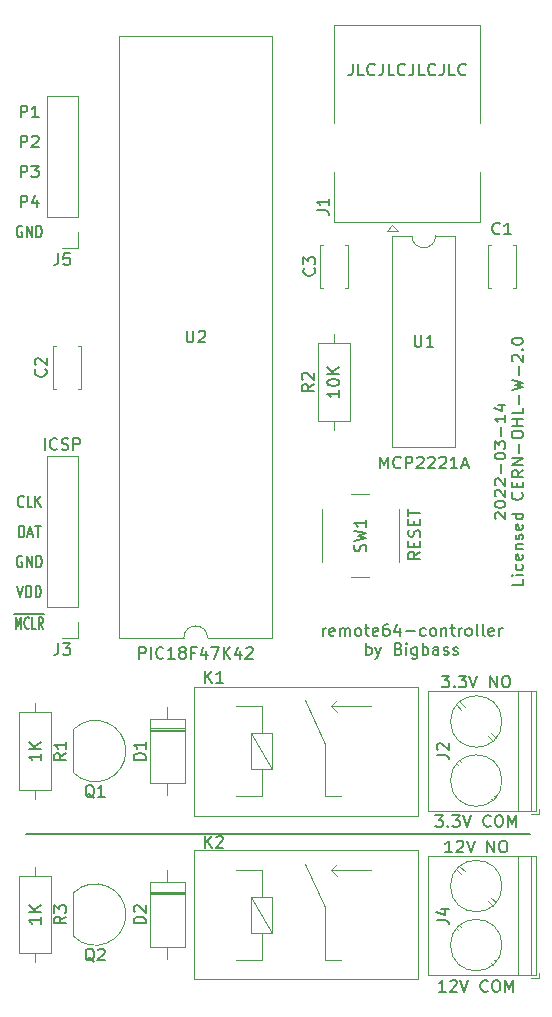
<source format=gto>
%TF.GenerationSoftware,KiCad,Pcbnew,6.0.0+dfsg1-2*%
%TF.CreationDate,2022-03-14T17:52:30-05:00*%
%TF.ProjectId,remote64-controller,72656d6f-7465-4363-942d-636f6e74726f,rev?*%
%TF.SameCoordinates,Original*%
%TF.FileFunction,Legend,Top*%
%TF.FilePolarity,Positive*%
%FSLAX46Y46*%
G04 Gerber Fmt 4.6, Leading zero omitted, Abs format (unit mm)*
G04 Created by KiCad (PCBNEW 6.0.0+dfsg1-2) date 2022-03-14 17:52:30*
%MOMM*%
%LPD*%
G01*
G04 APERTURE LIST*
%ADD10C,0.150000*%
%ADD11C,0.200000*%
%ADD12C,0.120000*%
%ADD13O,1.700000X1.700000*%
%ADD14R,1.700000X1.700000*%
%ADD15R,1.600000X1.600000*%
%ADD16O,1.600000X1.600000*%
%ADD17C,1.600000*%
%ADD18R,2.600000X2.600000*%
%ADD19C,2.600000*%
%ADD20C,1.700000*%
%ADD21C,3.500000*%
%ADD22R,2.200000X2.200000*%
%ADD23O,2.200000X2.200000*%
%ADD24C,2.500000*%
%ADD25C,2.000000*%
%ADD26R,1.500000X1.050000*%
%ADD27O,1.500000X1.050000*%
G04 APERTURE END LIST*
D10*
X65898476Y-114867000D02*
X66641333Y-114867000D01*
X66053238Y-116149380D02*
X66053238Y-115149380D01*
X66269904Y-115863666D01*
X66486571Y-115149380D01*
X66486571Y-116149380D01*
X66641333Y-114867000D02*
X67291333Y-114867000D01*
X67167523Y-116054142D02*
X67136571Y-116101761D01*
X67043714Y-116149380D01*
X66981809Y-116149380D01*
X66888952Y-116101761D01*
X66827047Y-116006523D01*
X66796095Y-115911285D01*
X66765142Y-115720809D01*
X66765142Y-115577952D01*
X66796095Y-115387476D01*
X66827047Y-115292238D01*
X66888952Y-115197000D01*
X66981809Y-115149380D01*
X67043714Y-115149380D01*
X67136571Y-115197000D01*
X67167523Y-115244619D01*
X67291333Y-114867000D02*
X67817523Y-114867000D01*
X67755619Y-116149380D02*
X67446095Y-116149380D01*
X67446095Y-115149380D01*
X67817523Y-114867000D02*
X68467523Y-114867000D01*
X68343714Y-116149380D02*
X68127047Y-115673190D01*
X67972285Y-116149380D02*
X67972285Y-115149380D01*
X68219904Y-115149380D01*
X68281809Y-115197000D01*
X68312761Y-115244619D01*
X68343714Y-115339857D01*
X68343714Y-115482714D01*
X68312761Y-115577952D01*
X68281809Y-115625571D01*
X68219904Y-115673190D01*
X67972285Y-115673190D01*
X66706809Y-105767142D02*
X66668714Y-105814761D01*
X66554428Y-105862380D01*
X66478238Y-105862380D01*
X66363952Y-105814761D01*
X66287761Y-105719523D01*
X66249666Y-105624285D01*
X66211571Y-105433809D01*
X66211571Y-105290952D01*
X66249666Y-105100476D01*
X66287761Y-105005238D01*
X66363952Y-104910000D01*
X66478238Y-104862380D01*
X66554428Y-104862380D01*
X66668714Y-104910000D01*
X66706809Y-104957619D01*
X67430619Y-105862380D02*
X67049666Y-105862380D01*
X67049666Y-104862380D01*
X67697285Y-105862380D02*
X67697285Y-104862380D01*
X68154428Y-105862380D02*
X67811571Y-105290952D01*
X68154428Y-104862380D02*
X67697285Y-105433809D01*
X66325857Y-108402380D02*
X66325857Y-107402380D01*
X66516333Y-107402380D01*
X66630619Y-107450000D01*
X66706809Y-107545238D01*
X66744904Y-107640476D01*
X66783000Y-107830952D01*
X66783000Y-107973809D01*
X66744904Y-108164285D01*
X66706809Y-108259523D01*
X66630619Y-108354761D01*
X66516333Y-108402380D01*
X66325857Y-108402380D01*
X67087761Y-108116666D02*
X67468714Y-108116666D01*
X67011571Y-108402380D02*
X67278238Y-107402380D01*
X67544904Y-108402380D01*
X67697285Y-107402380D02*
X68154428Y-107402380D01*
X67925857Y-108402380D02*
X67925857Y-107402380D01*
X66116333Y-112482380D02*
X66383000Y-113482380D01*
X66649666Y-112482380D01*
X66916333Y-113482380D02*
X66916333Y-112482380D01*
X67106809Y-112482380D01*
X67221095Y-112530000D01*
X67297285Y-112625238D01*
X67335380Y-112720476D01*
X67373476Y-112910952D01*
X67373476Y-113053809D01*
X67335380Y-113244285D01*
X67297285Y-113339523D01*
X67221095Y-113434761D01*
X67106809Y-113482380D01*
X66916333Y-113482380D01*
X67716333Y-113482380D02*
X67716333Y-112482380D01*
X67906809Y-112482380D01*
X68021095Y-112530000D01*
X68097285Y-112625238D01*
X68135380Y-112720476D01*
X68173476Y-112910952D01*
X68173476Y-113053809D01*
X68135380Y-113244285D01*
X68097285Y-113339523D01*
X68021095Y-113434761D01*
X67906809Y-113482380D01*
X67716333Y-113482380D01*
X66573476Y-109990000D02*
X66497285Y-109942380D01*
X66383000Y-109942380D01*
X66268714Y-109990000D01*
X66192523Y-110085238D01*
X66154428Y-110180476D01*
X66116333Y-110370952D01*
X66116333Y-110513809D01*
X66154428Y-110704285D01*
X66192523Y-110799523D01*
X66268714Y-110894761D01*
X66383000Y-110942380D01*
X66459190Y-110942380D01*
X66573476Y-110894761D01*
X66611571Y-110847142D01*
X66611571Y-110513809D01*
X66459190Y-110513809D01*
X66954428Y-110942380D02*
X66954428Y-109942380D01*
X67411571Y-110942380D01*
X67411571Y-109942380D01*
X67792523Y-110942380D02*
X67792523Y-109942380D01*
X67983000Y-109942380D01*
X68097285Y-109990000D01*
X68173476Y-110085238D01*
X68211571Y-110180476D01*
X68249666Y-110370952D01*
X68249666Y-110513809D01*
X68211571Y-110704285D01*
X68173476Y-110799523D01*
X68097285Y-110894761D01*
X67983000Y-110942380D01*
X67792523Y-110942380D01*
D11*
X109601000Y-133477000D02*
X66929000Y-133477000D01*
D10*
X66444904Y-77922380D02*
X66444904Y-76922380D01*
X66825857Y-76922380D01*
X66921095Y-76970000D01*
X66968714Y-77017619D01*
X67016333Y-77112857D01*
X67016333Y-77255714D01*
X66968714Y-77350952D01*
X66921095Y-77398571D01*
X66825857Y-77446190D01*
X66444904Y-77446190D01*
X67349666Y-76922380D02*
X67968714Y-76922380D01*
X67635380Y-77303333D01*
X67778238Y-77303333D01*
X67873476Y-77350952D01*
X67921095Y-77398571D01*
X67968714Y-77493809D01*
X67968714Y-77731904D01*
X67921095Y-77827142D01*
X67873476Y-77874761D01*
X67778238Y-77922380D01*
X67492523Y-77922380D01*
X67397285Y-77874761D01*
X67349666Y-77827142D01*
X66444904Y-80462380D02*
X66444904Y-79462380D01*
X66825857Y-79462380D01*
X66921095Y-79510000D01*
X66968714Y-79557619D01*
X67016333Y-79652857D01*
X67016333Y-79795714D01*
X66968714Y-79890952D01*
X66921095Y-79938571D01*
X66825857Y-79986190D01*
X66444904Y-79986190D01*
X67873476Y-79795714D02*
X67873476Y-80462380D01*
X67635380Y-79414761D02*
X67397285Y-80129047D01*
X68016333Y-80129047D01*
X66444904Y-75382380D02*
X66444904Y-74382380D01*
X66825857Y-74382380D01*
X66921095Y-74430000D01*
X66968714Y-74477619D01*
X67016333Y-74572857D01*
X67016333Y-74715714D01*
X66968714Y-74810952D01*
X66921095Y-74858571D01*
X66825857Y-74906190D01*
X66444904Y-74906190D01*
X67397285Y-74477619D02*
X67444904Y-74430000D01*
X67540142Y-74382380D01*
X67778238Y-74382380D01*
X67873476Y-74430000D01*
X67921095Y-74477619D01*
X67968714Y-74572857D01*
X67968714Y-74668095D01*
X67921095Y-74810952D01*
X67349666Y-75382380D01*
X67968714Y-75382380D01*
X66444904Y-72842380D02*
X66444904Y-71842380D01*
X66825857Y-71842380D01*
X66921095Y-71890000D01*
X66968714Y-71937619D01*
X67016333Y-72032857D01*
X67016333Y-72175714D01*
X66968714Y-72270952D01*
X66921095Y-72318571D01*
X66825857Y-72366190D01*
X66444904Y-72366190D01*
X67968714Y-72842380D02*
X67397285Y-72842380D01*
X67683000Y-72842380D02*
X67683000Y-71842380D01*
X67587761Y-71985238D01*
X67492523Y-72080476D01*
X67397285Y-72128095D01*
X102433761Y-146883380D02*
X101862333Y-146883380D01*
X102148047Y-146883380D02*
X102148047Y-145883380D01*
X102052809Y-146026238D01*
X101957571Y-146121476D01*
X101862333Y-146169095D01*
X102814714Y-145978619D02*
X102862333Y-145931000D01*
X102957571Y-145883380D01*
X103195666Y-145883380D01*
X103290904Y-145931000D01*
X103338523Y-145978619D01*
X103386142Y-146073857D01*
X103386142Y-146169095D01*
X103338523Y-146311952D01*
X102767095Y-146883380D01*
X103386142Y-146883380D01*
X103671857Y-145883380D02*
X104005190Y-146883380D01*
X104338523Y-145883380D01*
X106005190Y-146788142D02*
X105957571Y-146835761D01*
X105814714Y-146883380D01*
X105719476Y-146883380D01*
X105576619Y-146835761D01*
X105481380Y-146740523D01*
X105433761Y-146645285D01*
X105386142Y-146454809D01*
X105386142Y-146311952D01*
X105433761Y-146121476D01*
X105481380Y-146026238D01*
X105576619Y-145931000D01*
X105719476Y-145883380D01*
X105814714Y-145883380D01*
X105957571Y-145931000D01*
X106005190Y-145978619D01*
X106624238Y-145883380D02*
X106814714Y-145883380D01*
X106909952Y-145931000D01*
X107005190Y-146026238D01*
X107052809Y-146216714D01*
X107052809Y-146550047D01*
X107005190Y-146740523D01*
X106909952Y-146835761D01*
X106814714Y-146883380D01*
X106624238Y-146883380D01*
X106529000Y-146835761D01*
X106433761Y-146740523D01*
X106386142Y-146550047D01*
X106386142Y-146216714D01*
X106433761Y-146026238D01*
X106529000Y-145931000D01*
X106624238Y-145883380D01*
X107481380Y-146883380D02*
X107481380Y-145883380D01*
X107814714Y-146597666D01*
X108148047Y-145883380D01*
X108148047Y-146883380D01*
X106691357Y-106838142D02*
X106648500Y-106790523D01*
X106605642Y-106695285D01*
X106605642Y-106457190D01*
X106648500Y-106361952D01*
X106691357Y-106314333D01*
X106777071Y-106266714D01*
X106862785Y-106266714D01*
X106991357Y-106314333D01*
X107505642Y-106885761D01*
X107505642Y-106266714D01*
X106605642Y-105647666D02*
X106605642Y-105552428D01*
X106648500Y-105457190D01*
X106691357Y-105409571D01*
X106777071Y-105361952D01*
X106948500Y-105314333D01*
X107162785Y-105314333D01*
X107334214Y-105361952D01*
X107419928Y-105409571D01*
X107462785Y-105457190D01*
X107505642Y-105552428D01*
X107505642Y-105647666D01*
X107462785Y-105742904D01*
X107419928Y-105790523D01*
X107334214Y-105838142D01*
X107162785Y-105885761D01*
X106948500Y-105885761D01*
X106777071Y-105838142D01*
X106691357Y-105790523D01*
X106648500Y-105742904D01*
X106605642Y-105647666D01*
X106691357Y-104933380D02*
X106648500Y-104885761D01*
X106605642Y-104790523D01*
X106605642Y-104552428D01*
X106648500Y-104457190D01*
X106691357Y-104409571D01*
X106777071Y-104361952D01*
X106862785Y-104361952D01*
X106991357Y-104409571D01*
X107505642Y-104981000D01*
X107505642Y-104361952D01*
X106691357Y-103981000D02*
X106648500Y-103933380D01*
X106605642Y-103838142D01*
X106605642Y-103600047D01*
X106648500Y-103504809D01*
X106691357Y-103457190D01*
X106777071Y-103409571D01*
X106862785Y-103409571D01*
X106991357Y-103457190D01*
X107505642Y-104028619D01*
X107505642Y-103409571D01*
X107162785Y-102981000D02*
X107162785Y-102219095D01*
X106605642Y-101552428D02*
X106605642Y-101457190D01*
X106648500Y-101361952D01*
X106691357Y-101314333D01*
X106777071Y-101266714D01*
X106948500Y-101219095D01*
X107162785Y-101219095D01*
X107334214Y-101266714D01*
X107419928Y-101314333D01*
X107462785Y-101361952D01*
X107505642Y-101457190D01*
X107505642Y-101552428D01*
X107462785Y-101647666D01*
X107419928Y-101695285D01*
X107334214Y-101742904D01*
X107162785Y-101790523D01*
X106948500Y-101790523D01*
X106777071Y-101742904D01*
X106691357Y-101695285D01*
X106648500Y-101647666D01*
X106605642Y-101552428D01*
X106605642Y-100885761D02*
X106605642Y-100266714D01*
X106948500Y-100600047D01*
X106948500Y-100457190D01*
X106991357Y-100361952D01*
X107034214Y-100314333D01*
X107119928Y-100266714D01*
X107334214Y-100266714D01*
X107419928Y-100314333D01*
X107462785Y-100361952D01*
X107505642Y-100457190D01*
X107505642Y-100742904D01*
X107462785Y-100838142D01*
X107419928Y-100885761D01*
X107162785Y-99838142D02*
X107162785Y-99076238D01*
X107505642Y-98076238D02*
X107505642Y-98647666D01*
X107505642Y-98361952D02*
X106605642Y-98361952D01*
X106734214Y-98457190D01*
X106819928Y-98552428D01*
X106862785Y-98647666D01*
X106905642Y-97219095D02*
X107505642Y-97219095D01*
X106562785Y-97457190D02*
X107205642Y-97695285D01*
X107205642Y-97076238D01*
X108954642Y-111933380D02*
X108954642Y-112409571D01*
X108054642Y-112409571D01*
X108954642Y-111600047D02*
X108354642Y-111600047D01*
X108054642Y-111600047D02*
X108097500Y-111647666D01*
X108140357Y-111600047D01*
X108097500Y-111552428D01*
X108054642Y-111600047D01*
X108140357Y-111600047D01*
X108911785Y-110695285D02*
X108954642Y-110790523D01*
X108954642Y-110980999D01*
X108911785Y-111076238D01*
X108868928Y-111123857D01*
X108783214Y-111171476D01*
X108526071Y-111171476D01*
X108440357Y-111123857D01*
X108397500Y-111076238D01*
X108354642Y-110980999D01*
X108354642Y-110790523D01*
X108397500Y-110695285D01*
X108911785Y-109885761D02*
X108954642Y-109980999D01*
X108954642Y-110171476D01*
X108911785Y-110266714D01*
X108826071Y-110314333D01*
X108483214Y-110314333D01*
X108397500Y-110266714D01*
X108354642Y-110171476D01*
X108354642Y-109980999D01*
X108397500Y-109885761D01*
X108483214Y-109838142D01*
X108568928Y-109838142D01*
X108654642Y-110314333D01*
X108354642Y-109409571D02*
X108954642Y-109409571D01*
X108440357Y-109409571D02*
X108397500Y-109361952D01*
X108354642Y-109266714D01*
X108354642Y-109123857D01*
X108397500Y-109028619D01*
X108483214Y-108980999D01*
X108954642Y-108980999D01*
X108911785Y-108552428D02*
X108954642Y-108457190D01*
X108954642Y-108266714D01*
X108911785Y-108171476D01*
X108826071Y-108123857D01*
X108783214Y-108123857D01*
X108697500Y-108171476D01*
X108654642Y-108266714D01*
X108654642Y-108409571D01*
X108611785Y-108504809D01*
X108526071Y-108552428D01*
X108483214Y-108552428D01*
X108397500Y-108504809D01*
X108354642Y-108409571D01*
X108354642Y-108266714D01*
X108397500Y-108171476D01*
X108911785Y-107314333D02*
X108954642Y-107409571D01*
X108954642Y-107600047D01*
X108911785Y-107695285D01*
X108826071Y-107742904D01*
X108483214Y-107742904D01*
X108397500Y-107695285D01*
X108354642Y-107600047D01*
X108354642Y-107409571D01*
X108397500Y-107314333D01*
X108483214Y-107266714D01*
X108568928Y-107266714D01*
X108654642Y-107742904D01*
X108954642Y-106409571D02*
X108054642Y-106409571D01*
X108911785Y-106409571D02*
X108954642Y-106504809D01*
X108954642Y-106695285D01*
X108911785Y-106790523D01*
X108868928Y-106838142D01*
X108783214Y-106885761D01*
X108526071Y-106885761D01*
X108440357Y-106838142D01*
X108397500Y-106790523D01*
X108354642Y-106695285D01*
X108354642Y-106504809D01*
X108397500Y-106409571D01*
X108868928Y-104600047D02*
X108911785Y-104647666D01*
X108954642Y-104790523D01*
X108954642Y-104885761D01*
X108911785Y-105028619D01*
X108826071Y-105123857D01*
X108740357Y-105171476D01*
X108568928Y-105219095D01*
X108440357Y-105219095D01*
X108268928Y-105171476D01*
X108183214Y-105123857D01*
X108097500Y-105028619D01*
X108054642Y-104885761D01*
X108054642Y-104790523D01*
X108097500Y-104647666D01*
X108140357Y-104600047D01*
X108483214Y-104171476D02*
X108483214Y-103838142D01*
X108954642Y-103695285D02*
X108954642Y-104171476D01*
X108054642Y-104171476D01*
X108054642Y-103695285D01*
X108954642Y-102695285D02*
X108526071Y-103028619D01*
X108954642Y-103266714D02*
X108054642Y-103266714D01*
X108054642Y-102885761D01*
X108097500Y-102790523D01*
X108140357Y-102742904D01*
X108226071Y-102695285D01*
X108354642Y-102695285D01*
X108440357Y-102742904D01*
X108483214Y-102790523D01*
X108526071Y-102885761D01*
X108526071Y-103266714D01*
X108954642Y-102266714D02*
X108054642Y-102266714D01*
X108954642Y-101695285D01*
X108054642Y-101695285D01*
X108611785Y-101219095D02*
X108611785Y-100457190D01*
X108054642Y-99790523D02*
X108054642Y-99600047D01*
X108097500Y-99504809D01*
X108183214Y-99409571D01*
X108354642Y-99361952D01*
X108654642Y-99361952D01*
X108826071Y-99409571D01*
X108911785Y-99504809D01*
X108954642Y-99600047D01*
X108954642Y-99790523D01*
X108911785Y-99885761D01*
X108826071Y-99980999D01*
X108654642Y-100028619D01*
X108354642Y-100028619D01*
X108183214Y-99980999D01*
X108097500Y-99885761D01*
X108054642Y-99790523D01*
X108954642Y-98933380D02*
X108054642Y-98933380D01*
X108483214Y-98933380D02*
X108483214Y-98361952D01*
X108954642Y-98361952D02*
X108054642Y-98361952D01*
X108954642Y-97409571D02*
X108954642Y-97885761D01*
X108054642Y-97885761D01*
X108611785Y-97076238D02*
X108611785Y-96314333D01*
X108054642Y-95933380D02*
X108954642Y-95695285D01*
X108311785Y-95504809D01*
X108954642Y-95314333D01*
X108054642Y-95076238D01*
X108611785Y-94695285D02*
X108611785Y-93933380D01*
X108140357Y-93504809D02*
X108097500Y-93457190D01*
X108054642Y-93361952D01*
X108054642Y-93123857D01*
X108097500Y-93028619D01*
X108140357Y-92981000D01*
X108226071Y-92933380D01*
X108311785Y-92933380D01*
X108440357Y-92981000D01*
X108954642Y-93552428D01*
X108954642Y-92933380D01*
X108868928Y-92504809D02*
X108911785Y-92457190D01*
X108954642Y-92504809D01*
X108911785Y-92552428D01*
X108868928Y-92504809D01*
X108954642Y-92504809D01*
X108054642Y-91838142D02*
X108054642Y-91742904D01*
X108097500Y-91647666D01*
X108140357Y-91600047D01*
X108226071Y-91552428D01*
X108397500Y-91504809D01*
X108611785Y-91504809D01*
X108783214Y-91552428D01*
X108868928Y-91600047D01*
X108911785Y-91647666D01*
X108954642Y-91742904D01*
X108954642Y-91838142D01*
X108911785Y-91933380D01*
X108868928Y-91980999D01*
X108783214Y-92028619D01*
X108611785Y-92076238D01*
X108397500Y-92076238D01*
X108226071Y-92028619D01*
X108140357Y-91980999D01*
X108097500Y-91933380D01*
X108054642Y-91838142D01*
X102124238Y-120102380D02*
X102743285Y-120102380D01*
X102409952Y-120483333D01*
X102552809Y-120483333D01*
X102648047Y-120530952D01*
X102695666Y-120578571D01*
X102743285Y-120673809D01*
X102743285Y-120911904D01*
X102695666Y-121007142D01*
X102648047Y-121054761D01*
X102552809Y-121102380D01*
X102267095Y-121102380D01*
X102171857Y-121054761D01*
X102124238Y-121007142D01*
X103171857Y-121007142D02*
X103219476Y-121054761D01*
X103171857Y-121102380D01*
X103124238Y-121054761D01*
X103171857Y-121007142D01*
X103171857Y-121102380D01*
X103552809Y-120102380D02*
X104171857Y-120102380D01*
X103838523Y-120483333D01*
X103981380Y-120483333D01*
X104076619Y-120530952D01*
X104124238Y-120578571D01*
X104171857Y-120673809D01*
X104171857Y-120911904D01*
X104124238Y-121007142D01*
X104076619Y-121054761D01*
X103981380Y-121102380D01*
X103695666Y-121102380D01*
X103600428Y-121054761D01*
X103552809Y-121007142D01*
X104457571Y-120102380D02*
X104790904Y-121102380D01*
X105124238Y-120102380D01*
X106219476Y-121102380D02*
X106219476Y-120102380D01*
X106790904Y-121102380D01*
X106790904Y-120102380D01*
X107457571Y-120102380D02*
X107648047Y-120102380D01*
X107743285Y-120150000D01*
X107838523Y-120245238D01*
X107886142Y-120435714D01*
X107886142Y-120769047D01*
X107838523Y-120959523D01*
X107743285Y-121054761D01*
X107648047Y-121102380D01*
X107457571Y-121102380D01*
X107362333Y-121054761D01*
X107267095Y-120959523D01*
X107219476Y-120769047D01*
X107219476Y-120435714D01*
X107267095Y-120245238D01*
X107362333Y-120150000D01*
X107457571Y-120102380D01*
X101576619Y-131913380D02*
X102195666Y-131913380D01*
X101862333Y-132294333D01*
X102005190Y-132294333D01*
X102100428Y-132341952D01*
X102148047Y-132389571D01*
X102195666Y-132484809D01*
X102195666Y-132722904D01*
X102148047Y-132818142D01*
X102100428Y-132865761D01*
X102005190Y-132913380D01*
X101719476Y-132913380D01*
X101624238Y-132865761D01*
X101576619Y-132818142D01*
X102624238Y-132818142D02*
X102671857Y-132865761D01*
X102624238Y-132913380D01*
X102576619Y-132865761D01*
X102624238Y-132818142D01*
X102624238Y-132913380D01*
X103005190Y-131913380D02*
X103624238Y-131913380D01*
X103290904Y-132294333D01*
X103433761Y-132294333D01*
X103529000Y-132341952D01*
X103576619Y-132389571D01*
X103624238Y-132484809D01*
X103624238Y-132722904D01*
X103576619Y-132818142D01*
X103529000Y-132865761D01*
X103433761Y-132913380D01*
X103148047Y-132913380D01*
X103052809Y-132865761D01*
X103005190Y-132818142D01*
X103909952Y-131913380D02*
X104243285Y-132913380D01*
X104576619Y-131913380D01*
X106243285Y-132818142D02*
X106195666Y-132865761D01*
X106052809Y-132913380D01*
X105957571Y-132913380D01*
X105814714Y-132865761D01*
X105719476Y-132770523D01*
X105671857Y-132675285D01*
X105624238Y-132484809D01*
X105624238Y-132341952D01*
X105671857Y-132151476D01*
X105719476Y-132056238D01*
X105814714Y-131961000D01*
X105957571Y-131913380D01*
X106052809Y-131913380D01*
X106195666Y-131961000D01*
X106243285Y-132008619D01*
X106862333Y-131913380D02*
X107052809Y-131913380D01*
X107148047Y-131961000D01*
X107243285Y-132056238D01*
X107290904Y-132246714D01*
X107290904Y-132580047D01*
X107243285Y-132770523D01*
X107148047Y-132865761D01*
X107052809Y-132913380D01*
X106862333Y-132913380D01*
X106767095Y-132865761D01*
X106671857Y-132770523D01*
X106624238Y-132580047D01*
X106624238Y-132246714D01*
X106671857Y-132056238D01*
X106767095Y-131961000D01*
X106862333Y-131913380D01*
X107719476Y-132913380D02*
X107719476Y-131913380D01*
X108052809Y-132627666D01*
X108386142Y-131913380D01*
X108386142Y-132913380D01*
X102981380Y-135072380D02*
X102409952Y-135072380D01*
X102695666Y-135072380D02*
X102695666Y-134072380D01*
X102600428Y-134215238D01*
X102505190Y-134310476D01*
X102409952Y-134358095D01*
X103362333Y-134167619D02*
X103409952Y-134120000D01*
X103505190Y-134072380D01*
X103743285Y-134072380D01*
X103838523Y-134120000D01*
X103886142Y-134167619D01*
X103933761Y-134262857D01*
X103933761Y-134358095D01*
X103886142Y-134500952D01*
X103314714Y-135072380D01*
X103933761Y-135072380D01*
X104219476Y-134072380D02*
X104552809Y-135072380D01*
X104886142Y-134072380D01*
X105981380Y-135072380D02*
X105981380Y-134072380D01*
X106552809Y-135072380D01*
X106552809Y-134072380D01*
X107219476Y-134072380D02*
X107409952Y-134072380D01*
X107505190Y-134120000D01*
X107600428Y-134215238D01*
X107648047Y-134405714D01*
X107648047Y-134739047D01*
X107600428Y-134929523D01*
X107505190Y-135024761D01*
X107409952Y-135072380D01*
X107219476Y-135072380D01*
X107124238Y-135024761D01*
X107029000Y-134929523D01*
X106981380Y-134739047D01*
X106981380Y-134405714D01*
X107029000Y-134215238D01*
X107124238Y-134120000D01*
X107219476Y-134072380D01*
X92020380Y-116741380D02*
X92020380Y-116074714D01*
X92020380Y-116265190D02*
X92068000Y-116169952D01*
X92115619Y-116122333D01*
X92210857Y-116074714D01*
X92306095Y-116074714D01*
X93020380Y-116693761D02*
X92925142Y-116741380D01*
X92734666Y-116741380D01*
X92639428Y-116693761D01*
X92591809Y-116598523D01*
X92591809Y-116217571D01*
X92639428Y-116122333D01*
X92734666Y-116074714D01*
X92925142Y-116074714D01*
X93020380Y-116122333D01*
X93068000Y-116217571D01*
X93068000Y-116312809D01*
X92591809Y-116408047D01*
X93496571Y-116741380D02*
X93496571Y-116074714D01*
X93496571Y-116169952D02*
X93544190Y-116122333D01*
X93639428Y-116074714D01*
X93782285Y-116074714D01*
X93877523Y-116122333D01*
X93925142Y-116217571D01*
X93925142Y-116741380D01*
X93925142Y-116217571D02*
X93972761Y-116122333D01*
X94068000Y-116074714D01*
X94210857Y-116074714D01*
X94306095Y-116122333D01*
X94353714Y-116217571D01*
X94353714Y-116741380D01*
X94972761Y-116741380D02*
X94877523Y-116693761D01*
X94829904Y-116646142D01*
X94782285Y-116550904D01*
X94782285Y-116265190D01*
X94829904Y-116169952D01*
X94877523Y-116122333D01*
X94972761Y-116074714D01*
X95115619Y-116074714D01*
X95210857Y-116122333D01*
X95258476Y-116169952D01*
X95306095Y-116265190D01*
X95306095Y-116550904D01*
X95258476Y-116646142D01*
X95210857Y-116693761D01*
X95115619Y-116741380D01*
X94972761Y-116741380D01*
X95591809Y-116074714D02*
X95972761Y-116074714D01*
X95734666Y-115741380D02*
X95734666Y-116598523D01*
X95782285Y-116693761D01*
X95877523Y-116741380D01*
X95972761Y-116741380D01*
X96687047Y-116693761D02*
X96591809Y-116741380D01*
X96401333Y-116741380D01*
X96306095Y-116693761D01*
X96258476Y-116598523D01*
X96258476Y-116217571D01*
X96306095Y-116122333D01*
X96401333Y-116074714D01*
X96591809Y-116074714D01*
X96687047Y-116122333D01*
X96734666Y-116217571D01*
X96734666Y-116312809D01*
X96258476Y-116408047D01*
X97591809Y-115741380D02*
X97401333Y-115741380D01*
X97306095Y-115789000D01*
X97258476Y-115836619D01*
X97163238Y-115979476D01*
X97115619Y-116169952D01*
X97115619Y-116550904D01*
X97163238Y-116646142D01*
X97210857Y-116693761D01*
X97306095Y-116741380D01*
X97496571Y-116741380D01*
X97591809Y-116693761D01*
X97639428Y-116646142D01*
X97687047Y-116550904D01*
X97687047Y-116312809D01*
X97639428Y-116217571D01*
X97591809Y-116169952D01*
X97496571Y-116122333D01*
X97306095Y-116122333D01*
X97210857Y-116169952D01*
X97163238Y-116217571D01*
X97115619Y-116312809D01*
X98544190Y-116074714D02*
X98544190Y-116741380D01*
X98306095Y-115693761D02*
X98068000Y-116408047D01*
X98687047Y-116408047D01*
X99068000Y-116360428D02*
X99829904Y-116360428D01*
X100734666Y-116693761D02*
X100639428Y-116741380D01*
X100448952Y-116741380D01*
X100353714Y-116693761D01*
X100306095Y-116646142D01*
X100258476Y-116550904D01*
X100258476Y-116265190D01*
X100306095Y-116169952D01*
X100353714Y-116122333D01*
X100448952Y-116074714D01*
X100639428Y-116074714D01*
X100734666Y-116122333D01*
X101306095Y-116741380D02*
X101210857Y-116693761D01*
X101163238Y-116646142D01*
X101115619Y-116550904D01*
X101115619Y-116265190D01*
X101163238Y-116169952D01*
X101210857Y-116122333D01*
X101306095Y-116074714D01*
X101448952Y-116074714D01*
X101544190Y-116122333D01*
X101591809Y-116169952D01*
X101639428Y-116265190D01*
X101639428Y-116550904D01*
X101591809Y-116646142D01*
X101544190Y-116693761D01*
X101448952Y-116741380D01*
X101306095Y-116741380D01*
X102068000Y-116074714D02*
X102068000Y-116741380D01*
X102068000Y-116169952D02*
X102115619Y-116122333D01*
X102210857Y-116074714D01*
X102353714Y-116074714D01*
X102448952Y-116122333D01*
X102496571Y-116217571D01*
X102496571Y-116741380D01*
X102829904Y-116074714D02*
X103210857Y-116074714D01*
X102972761Y-115741380D02*
X102972761Y-116598523D01*
X103020380Y-116693761D01*
X103115619Y-116741380D01*
X103210857Y-116741380D01*
X103544190Y-116741380D02*
X103544190Y-116074714D01*
X103544190Y-116265190D02*
X103591809Y-116169952D01*
X103639428Y-116122333D01*
X103734666Y-116074714D01*
X103829904Y-116074714D01*
X104306095Y-116741380D02*
X104210857Y-116693761D01*
X104163238Y-116646142D01*
X104115619Y-116550904D01*
X104115619Y-116265190D01*
X104163238Y-116169952D01*
X104210857Y-116122333D01*
X104306095Y-116074714D01*
X104448952Y-116074714D01*
X104544190Y-116122333D01*
X104591809Y-116169952D01*
X104639428Y-116265190D01*
X104639428Y-116550904D01*
X104591809Y-116646142D01*
X104544190Y-116693761D01*
X104448952Y-116741380D01*
X104306095Y-116741380D01*
X105210857Y-116741380D02*
X105115619Y-116693761D01*
X105068000Y-116598523D01*
X105068000Y-115741380D01*
X105734666Y-116741380D02*
X105639428Y-116693761D01*
X105591809Y-116598523D01*
X105591809Y-115741380D01*
X106496571Y-116693761D02*
X106401333Y-116741380D01*
X106210857Y-116741380D01*
X106115619Y-116693761D01*
X106068000Y-116598523D01*
X106068000Y-116217571D01*
X106115619Y-116122333D01*
X106210857Y-116074714D01*
X106401333Y-116074714D01*
X106496571Y-116122333D01*
X106544190Y-116217571D01*
X106544190Y-116312809D01*
X106068000Y-116408047D01*
X106972761Y-116741380D02*
X106972761Y-116074714D01*
X106972761Y-116265190D02*
X107020380Y-116169952D01*
X107068000Y-116122333D01*
X107163238Y-116074714D01*
X107258476Y-116074714D01*
X95687047Y-118351380D02*
X95687047Y-117351380D01*
X95687047Y-117732333D02*
X95782285Y-117684714D01*
X95972761Y-117684714D01*
X96068000Y-117732333D01*
X96115619Y-117779952D01*
X96163238Y-117875190D01*
X96163238Y-118160904D01*
X96115619Y-118256142D01*
X96068000Y-118303761D01*
X95972761Y-118351380D01*
X95782285Y-118351380D01*
X95687047Y-118303761D01*
X96496571Y-117684714D02*
X96734666Y-118351380D01*
X96972761Y-117684714D02*
X96734666Y-118351380D01*
X96639428Y-118589476D01*
X96591809Y-118637095D01*
X96496571Y-118684714D01*
X98448952Y-117827571D02*
X98591809Y-117875190D01*
X98639428Y-117922809D01*
X98687047Y-118018047D01*
X98687047Y-118160904D01*
X98639428Y-118256142D01*
X98591809Y-118303761D01*
X98496571Y-118351380D01*
X98115619Y-118351380D01*
X98115619Y-117351380D01*
X98448952Y-117351380D01*
X98544190Y-117399000D01*
X98591809Y-117446619D01*
X98639428Y-117541857D01*
X98639428Y-117637095D01*
X98591809Y-117732333D01*
X98544190Y-117779952D01*
X98448952Y-117827571D01*
X98115619Y-117827571D01*
X99115619Y-118351380D02*
X99115619Y-117684714D01*
X99115619Y-117351380D02*
X99068000Y-117399000D01*
X99115619Y-117446619D01*
X99163238Y-117399000D01*
X99115619Y-117351380D01*
X99115619Y-117446619D01*
X100020380Y-117684714D02*
X100020380Y-118494238D01*
X99972761Y-118589476D01*
X99925142Y-118637095D01*
X99829904Y-118684714D01*
X99687047Y-118684714D01*
X99591809Y-118637095D01*
X100020380Y-118303761D02*
X99925142Y-118351380D01*
X99734666Y-118351380D01*
X99639428Y-118303761D01*
X99591809Y-118256142D01*
X99544190Y-118160904D01*
X99544190Y-117875190D01*
X99591809Y-117779952D01*
X99639428Y-117732333D01*
X99734666Y-117684714D01*
X99925142Y-117684714D01*
X100020380Y-117732333D01*
X100496571Y-118351380D02*
X100496571Y-117351380D01*
X100496571Y-117732333D02*
X100591809Y-117684714D01*
X100782285Y-117684714D01*
X100877523Y-117732333D01*
X100925142Y-117779952D01*
X100972761Y-117875190D01*
X100972761Y-118160904D01*
X100925142Y-118256142D01*
X100877523Y-118303761D01*
X100782285Y-118351380D01*
X100591809Y-118351380D01*
X100496571Y-118303761D01*
X101829904Y-118351380D02*
X101829904Y-117827571D01*
X101782285Y-117732333D01*
X101687047Y-117684714D01*
X101496571Y-117684714D01*
X101401333Y-117732333D01*
X101829904Y-118303761D02*
X101734666Y-118351380D01*
X101496571Y-118351380D01*
X101401333Y-118303761D01*
X101353714Y-118208523D01*
X101353714Y-118113285D01*
X101401333Y-118018047D01*
X101496571Y-117970428D01*
X101734666Y-117970428D01*
X101829904Y-117922809D01*
X102258476Y-118303761D02*
X102353714Y-118351380D01*
X102544190Y-118351380D01*
X102639428Y-118303761D01*
X102687047Y-118208523D01*
X102687047Y-118160904D01*
X102639428Y-118065666D01*
X102544190Y-118018047D01*
X102401333Y-118018047D01*
X102306095Y-117970428D01*
X102258476Y-117875190D01*
X102258476Y-117827571D01*
X102306095Y-117732333D01*
X102401333Y-117684714D01*
X102544190Y-117684714D01*
X102639428Y-117732333D01*
X103068000Y-118303761D02*
X103163238Y-118351380D01*
X103353714Y-118351380D01*
X103448952Y-118303761D01*
X103496571Y-118208523D01*
X103496571Y-118160904D01*
X103448952Y-118065666D01*
X103353714Y-118018047D01*
X103210857Y-118018047D01*
X103115619Y-117970428D01*
X103068000Y-117875190D01*
X103068000Y-117827571D01*
X103115619Y-117732333D01*
X103210857Y-117684714D01*
X103353714Y-117684714D01*
X103448952Y-117732333D01*
X94567952Y-68286380D02*
X94567952Y-69000666D01*
X94520333Y-69143523D01*
X94425095Y-69238761D01*
X94282238Y-69286380D01*
X94187000Y-69286380D01*
X95520333Y-69286380D02*
X95044142Y-69286380D01*
X95044142Y-68286380D01*
X96425095Y-69191142D02*
X96377476Y-69238761D01*
X96234619Y-69286380D01*
X96139380Y-69286380D01*
X95996523Y-69238761D01*
X95901285Y-69143523D01*
X95853666Y-69048285D01*
X95806047Y-68857809D01*
X95806047Y-68714952D01*
X95853666Y-68524476D01*
X95901285Y-68429238D01*
X95996523Y-68334000D01*
X96139380Y-68286380D01*
X96234619Y-68286380D01*
X96377476Y-68334000D01*
X96425095Y-68381619D01*
X97139380Y-68286380D02*
X97139380Y-69000666D01*
X97091761Y-69143523D01*
X96996523Y-69238761D01*
X96853666Y-69286380D01*
X96758428Y-69286380D01*
X98091761Y-69286380D02*
X97615571Y-69286380D01*
X97615571Y-68286380D01*
X98996523Y-69191142D02*
X98948904Y-69238761D01*
X98806047Y-69286380D01*
X98710809Y-69286380D01*
X98567952Y-69238761D01*
X98472714Y-69143523D01*
X98425095Y-69048285D01*
X98377476Y-68857809D01*
X98377476Y-68714952D01*
X98425095Y-68524476D01*
X98472714Y-68429238D01*
X98567952Y-68334000D01*
X98710809Y-68286380D01*
X98806047Y-68286380D01*
X98948904Y-68334000D01*
X98996523Y-68381619D01*
X99710809Y-68286380D02*
X99710809Y-69000666D01*
X99663190Y-69143523D01*
X99567952Y-69238761D01*
X99425095Y-69286380D01*
X99329857Y-69286380D01*
X100663190Y-69286380D02*
X100187000Y-69286380D01*
X100187000Y-68286380D01*
X101567952Y-69191142D02*
X101520333Y-69238761D01*
X101377476Y-69286380D01*
X101282238Y-69286380D01*
X101139380Y-69238761D01*
X101044142Y-69143523D01*
X100996523Y-69048285D01*
X100948904Y-68857809D01*
X100948904Y-68714952D01*
X100996523Y-68524476D01*
X101044142Y-68429238D01*
X101139380Y-68334000D01*
X101282238Y-68286380D01*
X101377476Y-68286380D01*
X101520333Y-68334000D01*
X101567952Y-68381619D01*
X102282238Y-68286380D02*
X102282238Y-69000666D01*
X102234619Y-69143523D01*
X102139380Y-69238761D01*
X101996523Y-69286380D01*
X101901285Y-69286380D01*
X103234619Y-69286380D02*
X102758428Y-69286380D01*
X102758428Y-68286380D01*
X104139380Y-69191142D02*
X104091761Y-69238761D01*
X103948904Y-69286380D01*
X103853666Y-69286380D01*
X103710809Y-69238761D01*
X103615571Y-69143523D01*
X103567952Y-69048285D01*
X103520333Y-68857809D01*
X103520333Y-68714952D01*
X103567952Y-68524476D01*
X103615571Y-68429238D01*
X103710809Y-68334000D01*
X103853666Y-68286380D01*
X103948904Y-68286380D01*
X104091761Y-68334000D01*
X104139380Y-68381619D01*
X66573476Y-82050000D02*
X66497285Y-82002380D01*
X66383000Y-82002380D01*
X66268714Y-82050000D01*
X66192523Y-82145238D01*
X66154428Y-82240476D01*
X66116333Y-82430952D01*
X66116333Y-82573809D01*
X66154428Y-82764285D01*
X66192523Y-82859523D01*
X66268714Y-82954761D01*
X66383000Y-83002380D01*
X66459190Y-83002380D01*
X66573476Y-82954761D01*
X66611571Y-82907142D01*
X66611571Y-82573809D01*
X66459190Y-82573809D01*
X66954428Y-83002380D02*
X66954428Y-82002380D01*
X67411571Y-83002380D01*
X67411571Y-82002380D01*
X67792523Y-83002380D02*
X67792523Y-82002380D01*
X67983000Y-82002380D01*
X68097285Y-82050000D01*
X68173476Y-82145238D01*
X68211571Y-82240476D01*
X68249666Y-82430952D01*
X68249666Y-82573809D01*
X68211571Y-82764285D01*
X68173476Y-82859523D01*
X68097285Y-82954761D01*
X67983000Y-83002380D01*
X67792523Y-83002380D01*
X100274380Y-109633380D02*
X99798190Y-109966714D01*
X100274380Y-110204809D02*
X99274380Y-110204809D01*
X99274380Y-109823857D01*
X99322000Y-109728619D01*
X99369619Y-109681000D01*
X99464857Y-109633380D01*
X99607714Y-109633380D01*
X99702952Y-109681000D01*
X99750571Y-109728619D01*
X99798190Y-109823857D01*
X99798190Y-110204809D01*
X99750571Y-109204809D02*
X99750571Y-108871476D01*
X100274380Y-108728619D02*
X100274380Y-109204809D01*
X99274380Y-109204809D01*
X99274380Y-108728619D01*
X100226761Y-108347666D02*
X100274380Y-108204809D01*
X100274380Y-107966714D01*
X100226761Y-107871476D01*
X100179142Y-107823857D01*
X100083904Y-107776238D01*
X99988666Y-107776238D01*
X99893428Y-107823857D01*
X99845809Y-107871476D01*
X99798190Y-107966714D01*
X99750571Y-108157190D01*
X99702952Y-108252428D01*
X99655333Y-108300047D01*
X99560095Y-108347666D01*
X99464857Y-108347666D01*
X99369619Y-108300047D01*
X99322000Y-108252428D01*
X99274380Y-108157190D01*
X99274380Y-107919095D01*
X99322000Y-107776238D01*
X99750571Y-107347666D02*
X99750571Y-107014333D01*
X100274380Y-106871476D02*
X100274380Y-107347666D01*
X99274380Y-107347666D01*
X99274380Y-106871476D01*
X99274380Y-106585761D02*
X99274380Y-106014333D01*
X100274380Y-106300047D02*
X99274380Y-106300047D01*
%TO.C,J3*%
X69643666Y-117352380D02*
X69643666Y-118066666D01*
X69596047Y-118209523D01*
X69500809Y-118304761D01*
X69357952Y-118352380D01*
X69262714Y-118352380D01*
X70024619Y-117352380D02*
X70643666Y-117352380D01*
X70310333Y-117733333D01*
X70453190Y-117733333D01*
X70548428Y-117780952D01*
X70596047Y-117828571D01*
X70643666Y-117923809D01*
X70643666Y-118161904D01*
X70596047Y-118257142D01*
X70548428Y-118304761D01*
X70453190Y-118352380D01*
X70167476Y-118352380D01*
X70072238Y-118304761D01*
X70024619Y-118257142D01*
X68500809Y-100992380D02*
X68500809Y-99992380D01*
X69548428Y-100897142D02*
X69500809Y-100944761D01*
X69357952Y-100992380D01*
X69262714Y-100992380D01*
X69119857Y-100944761D01*
X69024619Y-100849523D01*
X68977000Y-100754285D01*
X68929380Y-100563809D01*
X68929380Y-100420952D01*
X68977000Y-100230476D01*
X69024619Y-100135238D01*
X69119857Y-100040000D01*
X69262714Y-99992380D01*
X69357952Y-99992380D01*
X69500809Y-100040000D01*
X69548428Y-100087619D01*
X69929380Y-100944761D02*
X70072238Y-100992380D01*
X70310333Y-100992380D01*
X70405571Y-100944761D01*
X70453190Y-100897142D01*
X70500809Y-100801904D01*
X70500809Y-100706666D01*
X70453190Y-100611428D01*
X70405571Y-100563809D01*
X70310333Y-100516190D01*
X70119857Y-100468571D01*
X70024619Y-100420952D01*
X69977000Y-100373333D01*
X69929380Y-100278095D01*
X69929380Y-100182857D01*
X69977000Y-100087619D01*
X70024619Y-100040000D01*
X70119857Y-99992380D01*
X70357952Y-99992380D01*
X70500809Y-100040000D01*
X70929380Y-100992380D02*
X70929380Y-99992380D01*
X71310333Y-99992380D01*
X71405571Y-100040000D01*
X71453190Y-100087619D01*
X71500809Y-100182857D01*
X71500809Y-100325714D01*
X71453190Y-100420952D01*
X71405571Y-100468571D01*
X71310333Y-100516190D01*
X70929380Y-100516190D01*
%TO.C,U2*%
X80518095Y-90892380D02*
X80518095Y-91701904D01*
X80565714Y-91797142D01*
X80613333Y-91844761D01*
X80708571Y-91892380D01*
X80899047Y-91892380D01*
X80994285Y-91844761D01*
X81041904Y-91797142D01*
X81089523Y-91701904D01*
X81089523Y-90892380D01*
X81518095Y-90987619D02*
X81565714Y-90940000D01*
X81660952Y-90892380D01*
X81899047Y-90892380D01*
X81994285Y-90940000D01*
X82041904Y-90987619D01*
X82089523Y-91082857D01*
X82089523Y-91178095D01*
X82041904Y-91320952D01*
X81470476Y-91892380D01*
X82089523Y-91892380D01*
X76494285Y-118689380D02*
X76494285Y-117689380D01*
X76875238Y-117689380D01*
X76970476Y-117737000D01*
X77018095Y-117784619D01*
X77065714Y-117879857D01*
X77065714Y-118022714D01*
X77018095Y-118117952D01*
X76970476Y-118165571D01*
X76875238Y-118213190D01*
X76494285Y-118213190D01*
X77494285Y-118689380D02*
X77494285Y-117689380D01*
X78541904Y-118594142D02*
X78494285Y-118641761D01*
X78351428Y-118689380D01*
X78256190Y-118689380D01*
X78113333Y-118641761D01*
X78018095Y-118546523D01*
X77970476Y-118451285D01*
X77922857Y-118260809D01*
X77922857Y-118117952D01*
X77970476Y-117927476D01*
X78018095Y-117832238D01*
X78113333Y-117737000D01*
X78256190Y-117689380D01*
X78351428Y-117689380D01*
X78494285Y-117737000D01*
X78541904Y-117784619D01*
X79494285Y-118689380D02*
X78922857Y-118689380D01*
X79208571Y-118689380D02*
X79208571Y-117689380D01*
X79113333Y-117832238D01*
X79018095Y-117927476D01*
X78922857Y-117975095D01*
X80065714Y-118117952D02*
X79970476Y-118070333D01*
X79922857Y-118022714D01*
X79875238Y-117927476D01*
X79875238Y-117879857D01*
X79922857Y-117784619D01*
X79970476Y-117737000D01*
X80065714Y-117689380D01*
X80256190Y-117689380D01*
X80351428Y-117737000D01*
X80399047Y-117784619D01*
X80446666Y-117879857D01*
X80446666Y-117927476D01*
X80399047Y-118022714D01*
X80351428Y-118070333D01*
X80256190Y-118117952D01*
X80065714Y-118117952D01*
X79970476Y-118165571D01*
X79922857Y-118213190D01*
X79875238Y-118308428D01*
X79875238Y-118498904D01*
X79922857Y-118594142D01*
X79970476Y-118641761D01*
X80065714Y-118689380D01*
X80256190Y-118689380D01*
X80351428Y-118641761D01*
X80399047Y-118594142D01*
X80446666Y-118498904D01*
X80446666Y-118308428D01*
X80399047Y-118213190D01*
X80351428Y-118165571D01*
X80256190Y-118117952D01*
X81208571Y-118165571D02*
X80875238Y-118165571D01*
X80875238Y-118689380D02*
X80875238Y-117689380D01*
X81351428Y-117689380D01*
X82160952Y-118022714D02*
X82160952Y-118689380D01*
X81922857Y-117641761D02*
X81684761Y-118356047D01*
X82303809Y-118356047D01*
X82589523Y-117689380D02*
X83256190Y-117689380D01*
X82827619Y-118689380D01*
X83637142Y-118689380D02*
X83637142Y-117689380D01*
X84208571Y-118689380D02*
X83780000Y-118117952D01*
X84208571Y-117689380D02*
X83637142Y-118260809D01*
X85065714Y-118022714D02*
X85065714Y-118689380D01*
X84827619Y-117641761D02*
X84589523Y-118356047D01*
X85208571Y-118356047D01*
X85541904Y-117784619D02*
X85589523Y-117737000D01*
X85684761Y-117689380D01*
X85922857Y-117689380D01*
X86018095Y-117737000D01*
X86065714Y-117784619D01*
X86113333Y-117879857D01*
X86113333Y-117975095D01*
X86065714Y-118117952D01*
X85494285Y-118689380D01*
X86113333Y-118689380D01*
%TO.C,C2*%
X68556142Y-94166666D02*
X68603761Y-94214285D01*
X68651380Y-94357142D01*
X68651380Y-94452380D01*
X68603761Y-94595238D01*
X68508523Y-94690476D01*
X68413285Y-94738095D01*
X68222809Y-94785714D01*
X68079952Y-94785714D01*
X67889476Y-94738095D01*
X67794238Y-94690476D01*
X67699000Y-94595238D01*
X67651380Y-94452380D01*
X67651380Y-94357142D01*
X67699000Y-94214285D01*
X67746619Y-94166666D01*
X67746619Y-93785714D02*
X67699000Y-93738095D01*
X67651380Y-93642857D01*
X67651380Y-93404761D01*
X67699000Y-93309523D01*
X67746619Y-93261904D01*
X67841857Y-93214285D01*
X67937095Y-93214285D01*
X68079952Y-93261904D01*
X68651380Y-93833333D01*
X68651380Y-93214285D01*
%TO.C,J4*%
X101687380Y-140795333D02*
X102401666Y-140795333D01*
X102544523Y-140842952D01*
X102639761Y-140938190D01*
X102687380Y-141081047D01*
X102687380Y-141176285D01*
X102020714Y-139890571D02*
X102687380Y-139890571D01*
X101639761Y-140128666D02*
X102354047Y-140366761D01*
X102354047Y-139747714D01*
%TO.C,J5*%
X69643666Y-84332380D02*
X69643666Y-85046666D01*
X69596047Y-85189523D01*
X69500809Y-85284761D01*
X69357952Y-85332380D01*
X69262714Y-85332380D01*
X70596047Y-84332380D02*
X70119857Y-84332380D01*
X70072238Y-84808571D01*
X70119857Y-84760952D01*
X70215095Y-84713333D01*
X70453190Y-84713333D01*
X70548428Y-84760952D01*
X70596047Y-84808571D01*
X70643666Y-84903809D01*
X70643666Y-85141904D01*
X70596047Y-85237142D01*
X70548428Y-85284761D01*
X70453190Y-85332380D01*
X70215095Y-85332380D01*
X70119857Y-85284761D01*
X70072238Y-85237142D01*
%TO.C,C3*%
X91289142Y-85617666D02*
X91336761Y-85665285D01*
X91384380Y-85808142D01*
X91384380Y-85903380D01*
X91336761Y-86046238D01*
X91241523Y-86141476D01*
X91146285Y-86189095D01*
X90955809Y-86236714D01*
X90812952Y-86236714D01*
X90622476Y-86189095D01*
X90527238Y-86141476D01*
X90432000Y-86046238D01*
X90384380Y-85903380D01*
X90384380Y-85808142D01*
X90432000Y-85665285D01*
X90479619Y-85617666D01*
X90384380Y-85284333D02*
X90384380Y-84665285D01*
X90765333Y-84998619D01*
X90765333Y-84855761D01*
X90812952Y-84760523D01*
X90860571Y-84712904D01*
X90955809Y-84665285D01*
X91193904Y-84665285D01*
X91289142Y-84712904D01*
X91336761Y-84760523D01*
X91384380Y-84855761D01*
X91384380Y-85141476D01*
X91336761Y-85236714D01*
X91289142Y-85284333D01*
%TO.C,J1*%
X91527380Y-80724333D02*
X92241666Y-80724333D01*
X92384523Y-80771952D01*
X92479761Y-80867190D01*
X92527380Y-81010047D01*
X92527380Y-81105285D01*
X92527380Y-79724333D02*
X92527380Y-80295761D01*
X92527380Y-80010047D02*
X91527380Y-80010047D01*
X91670238Y-80105285D01*
X91765476Y-80200523D01*
X91813095Y-80295761D01*
%TO.C,R3*%
X70302380Y-140501666D02*
X69826190Y-140835000D01*
X70302380Y-141073095D02*
X69302380Y-141073095D01*
X69302380Y-140692142D01*
X69350000Y-140596904D01*
X69397619Y-140549285D01*
X69492857Y-140501666D01*
X69635714Y-140501666D01*
X69730952Y-140549285D01*
X69778571Y-140596904D01*
X69826190Y-140692142D01*
X69826190Y-141073095D01*
X69302380Y-140168333D02*
X69302380Y-139549285D01*
X69683333Y-139882619D01*
X69683333Y-139739761D01*
X69730952Y-139644523D01*
X69778571Y-139596904D01*
X69873809Y-139549285D01*
X70111904Y-139549285D01*
X70207142Y-139596904D01*
X70254761Y-139644523D01*
X70302380Y-139739761D01*
X70302380Y-140025476D01*
X70254761Y-140120714D01*
X70207142Y-140168333D01*
X68143380Y-140549285D02*
X68143380Y-141120714D01*
X68143380Y-140835000D02*
X67143380Y-140835000D01*
X67286238Y-140930238D01*
X67381476Y-141025476D01*
X67429095Y-141120714D01*
X68143380Y-140120714D02*
X67143380Y-140120714D01*
X68143380Y-139549285D02*
X67571952Y-139977857D01*
X67143380Y-139549285D02*
X67714809Y-140120714D01*
%TO.C,J2*%
X101687380Y-126825333D02*
X102401666Y-126825333D01*
X102544523Y-126872952D01*
X102639761Y-126968190D01*
X102687380Y-127111047D01*
X102687380Y-127206285D01*
X101782619Y-126396761D02*
X101735000Y-126349142D01*
X101687380Y-126253904D01*
X101687380Y-126015809D01*
X101735000Y-125920571D01*
X101782619Y-125872952D01*
X101877857Y-125825333D01*
X101973095Y-125825333D01*
X102115952Y-125872952D01*
X102687380Y-126444380D01*
X102687380Y-125825333D01*
%TO.C,D1*%
X77033380Y-127230095D02*
X76033380Y-127230095D01*
X76033380Y-126992000D01*
X76081000Y-126849142D01*
X76176238Y-126753904D01*
X76271476Y-126706285D01*
X76461952Y-126658666D01*
X76604809Y-126658666D01*
X76795285Y-126706285D01*
X76890523Y-126753904D01*
X76985761Y-126849142D01*
X77033380Y-126992000D01*
X77033380Y-127230095D01*
X77033380Y-125706285D02*
X77033380Y-126277714D01*
X77033380Y-125992000D02*
X76033380Y-125992000D01*
X76176238Y-126087238D01*
X76271476Y-126182476D01*
X76319095Y-126277714D01*
%TO.C,K1*%
X82065904Y-120721380D02*
X82065904Y-119721380D01*
X82637333Y-120721380D02*
X82208761Y-120149952D01*
X82637333Y-119721380D02*
X82065904Y-120292809D01*
X83589714Y-120721380D02*
X83018285Y-120721380D01*
X83304000Y-120721380D02*
X83304000Y-119721380D01*
X83208761Y-119864238D01*
X83113523Y-119959476D01*
X83018285Y-120007095D01*
%TO.C,U1*%
X99822095Y-91273380D02*
X99822095Y-92082904D01*
X99869714Y-92178142D01*
X99917333Y-92225761D01*
X100012571Y-92273380D01*
X100203047Y-92273380D01*
X100298285Y-92225761D01*
X100345904Y-92178142D01*
X100393523Y-92082904D01*
X100393523Y-91273380D01*
X101393523Y-92273380D02*
X100822095Y-92273380D01*
X101107809Y-92273380D02*
X101107809Y-91273380D01*
X101012571Y-91416238D01*
X100917333Y-91511476D01*
X100822095Y-91559095D01*
X96917333Y-102560380D02*
X96917333Y-101560380D01*
X97250666Y-102274666D01*
X97584000Y-101560380D01*
X97584000Y-102560380D01*
X98631619Y-102465142D02*
X98584000Y-102512761D01*
X98441142Y-102560380D01*
X98345904Y-102560380D01*
X98203047Y-102512761D01*
X98107809Y-102417523D01*
X98060190Y-102322285D01*
X98012571Y-102131809D01*
X98012571Y-101988952D01*
X98060190Y-101798476D01*
X98107809Y-101703238D01*
X98203047Y-101608000D01*
X98345904Y-101560380D01*
X98441142Y-101560380D01*
X98584000Y-101608000D01*
X98631619Y-101655619D01*
X99060190Y-102560380D02*
X99060190Y-101560380D01*
X99441142Y-101560380D01*
X99536380Y-101608000D01*
X99584000Y-101655619D01*
X99631619Y-101750857D01*
X99631619Y-101893714D01*
X99584000Y-101988952D01*
X99536380Y-102036571D01*
X99441142Y-102084190D01*
X99060190Y-102084190D01*
X100012571Y-101655619D02*
X100060190Y-101608000D01*
X100155428Y-101560380D01*
X100393523Y-101560380D01*
X100488761Y-101608000D01*
X100536380Y-101655619D01*
X100584000Y-101750857D01*
X100584000Y-101846095D01*
X100536380Y-101988952D01*
X99964952Y-102560380D01*
X100584000Y-102560380D01*
X100964952Y-101655619D02*
X101012571Y-101608000D01*
X101107809Y-101560380D01*
X101345904Y-101560380D01*
X101441142Y-101608000D01*
X101488761Y-101655619D01*
X101536380Y-101750857D01*
X101536380Y-101846095D01*
X101488761Y-101988952D01*
X100917333Y-102560380D01*
X101536380Y-102560380D01*
X101917333Y-101655619D02*
X101964952Y-101608000D01*
X102060190Y-101560380D01*
X102298285Y-101560380D01*
X102393523Y-101608000D01*
X102441142Y-101655619D01*
X102488761Y-101750857D01*
X102488761Y-101846095D01*
X102441142Y-101988952D01*
X101869714Y-102560380D01*
X102488761Y-102560380D01*
X103441142Y-102560380D02*
X102869714Y-102560380D01*
X103155428Y-102560380D02*
X103155428Y-101560380D01*
X103060190Y-101703238D01*
X102964952Y-101798476D01*
X102869714Y-101846095D01*
X103822095Y-102274666D02*
X104298285Y-102274666D01*
X103726857Y-102560380D02*
X104060190Y-101560380D01*
X104393523Y-102560380D01*
%TO.C,K2*%
X82065904Y-134691380D02*
X82065904Y-133691380D01*
X82637333Y-134691380D02*
X82208761Y-134119952D01*
X82637333Y-133691380D02*
X82065904Y-134262809D01*
X83018285Y-133786619D02*
X83065904Y-133739000D01*
X83161142Y-133691380D01*
X83399238Y-133691380D01*
X83494476Y-133739000D01*
X83542095Y-133786619D01*
X83589714Y-133881857D01*
X83589714Y-133977095D01*
X83542095Y-134119952D01*
X82970666Y-134691380D01*
X83589714Y-134691380D01*
%TO.C,D2*%
X77033380Y-141073095D02*
X76033380Y-141073095D01*
X76033380Y-140835000D01*
X76081000Y-140692142D01*
X76176238Y-140596904D01*
X76271476Y-140549285D01*
X76461952Y-140501666D01*
X76604809Y-140501666D01*
X76795285Y-140549285D01*
X76890523Y-140596904D01*
X76985761Y-140692142D01*
X77033380Y-140835000D01*
X77033380Y-141073095D01*
X76128619Y-140120714D02*
X76081000Y-140073095D01*
X76033380Y-139977857D01*
X76033380Y-139739761D01*
X76081000Y-139644523D01*
X76128619Y-139596904D01*
X76223857Y-139549285D01*
X76319095Y-139549285D01*
X76461952Y-139596904D01*
X77033380Y-140168333D01*
X77033380Y-139549285D01*
%TO.C,SW1*%
X95654761Y-109589333D02*
X95702380Y-109446476D01*
X95702380Y-109208380D01*
X95654761Y-109113142D01*
X95607142Y-109065523D01*
X95511904Y-109017904D01*
X95416666Y-109017904D01*
X95321428Y-109065523D01*
X95273809Y-109113142D01*
X95226190Y-109208380D01*
X95178571Y-109398857D01*
X95130952Y-109494095D01*
X95083333Y-109541714D01*
X94988095Y-109589333D01*
X94892857Y-109589333D01*
X94797619Y-109541714D01*
X94750000Y-109494095D01*
X94702380Y-109398857D01*
X94702380Y-109160761D01*
X94750000Y-109017904D01*
X94702380Y-108684571D02*
X95702380Y-108446476D01*
X94988095Y-108256000D01*
X95702380Y-108065523D01*
X94702380Y-107827428D01*
X95702380Y-106922666D02*
X95702380Y-107494095D01*
X95702380Y-107208380D02*
X94702380Y-107208380D01*
X94845238Y-107303619D01*
X94940476Y-107398857D01*
X94988095Y-107494095D01*
%TO.C,Q2*%
X72675761Y-144311619D02*
X72580523Y-144264000D01*
X72485285Y-144168761D01*
X72342428Y-144025904D01*
X72247190Y-143978285D01*
X72151952Y-143978285D01*
X72199571Y-144216380D02*
X72104333Y-144168761D01*
X72009095Y-144073523D01*
X71961476Y-143883047D01*
X71961476Y-143549714D01*
X72009095Y-143359238D01*
X72104333Y-143264000D01*
X72199571Y-143216380D01*
X72390047Y-143216380D01*
X72485285Y-143264000D01*
X72580523Y-143359238D01*
X72628142Y-143549714D01*
X72628142Y-143883047D01*
X72580523Y-144073523D01*
X72485285Y-144168761D01*
X72390047Y-144216380D01*
X72199571Y-144216380D01*
X73009095Y-143311619D02*
X73056714Y-143264000D01*
X73151952Y-143216380D01*
X73390047Y-143216380D01*
X73485285Y-143264000D01*
X73532904Y-143311619D01*
X73580523Y-143406857D01*
X73580523Y-143502095D01*
X73532904Y-143644952D01*
X72961476Y-144216380D01*
X73580523Y-144216380D01*
%TO.C,C1*%
X107021333Y-82653142D02*
X106973714Y-82700761D01*
X106830857Y-82748380D01*
X106735619Y-82748380D01*
X106592761Y-82700761D01*
X106497523Y-82605523D01*
X106449904Y-82510285D01*
X106402285Y-82319809D01*
X106402285Y-82176952D01*
X106449904Y-81986476D01*
X106497523Y-81891238D01*
X106592761Y-81796000D01*
X106735619Y-81748380D01*
X106830857Y-81748380D01*
X106973714Y-81796000D01*
X107021333Y-81843619D01*
X107973714Y-82748380D02*
X107402285Y-82748380D01*
X107688000Y-82748380D02*
X107688000Y-81748380D01*
X107592761Y-81891238D01*
X107497523Y-81986476D01*
X107402285Y-82034095D01*
%TO.C,R2*%
X91257380Y-95416666D02*
X90781190Y-95750000D01*
X91257380Y-95988095D02*
X90257380Y-95988095D01*
X90257380Y-95607142D01*
X90305000Y-95511904D01*
X90352619Y-95464285D01*
X90447857Y-95416666D01*
X90590714Y-95416666D01*
X90685952Y-95464285D01*
X90733571Y-95511904D01*
X90781190Y-95607142D01*
X90781190Y-95988095D01*
X90352619Y-95035714D02*
X90305000Y-94988095D01*
X90257380Y-94892857D01*
X90257380Y-94654761D01*
X90305000Y-94559523D01*
X90352619Y-94511904D01*
X90447857Y-94464285D01*
X90543095Y-94464285D01*
X90685952Y-94511904D01*
X91257380Y-95083333D01*
X91257380Y-94464285D01*
X93416380Y-95940476D02*
X93416380Y-96511904D01*
X93416380Y-96226190D02*
X92416380Y-96226190D01*
X92559238Y-96321428D01*
X92654476Y-96416666D01*
X92702095Y-96511904D01*
X92416380Y-95321428D02*
X92416380Y-95226190D01*
X92464000Y-95130952D01*
X92511619Y-95083333D01*
X92606857Y-95035714D01*
X92797333Y-94988095D01*
X93035428Y-94988095D01*
X93225904Y-95035714D01*
X93321142Y-95083333D01*
X93368761Y-95130952D01*
X93416380Y-95226190D01*
X93416380Y-95321428D01*
X93368761Y-95416666D01*
X93321142Y-95464285D01*
X93225904Y-95511904D01*
X93035428Y-95559523D01*
X92797333Y-95559523D01*
X92606857Y-95511904D01*
X92511619Y-95464285D01*
X92464000Y-95416666D01*
X92416380Y-95321428D01*
X93416380Y-94559523D02*
X92416380Y-94559523D01*
X93416380Y-93988095D02*
X92844952Y-94416666D01*
X92416380Y-93988095D02*
X92987809Y-94559523D01*
%TO.C,Q1*%
X72675761Y-130468619D02*
X72580523Y-130421000D01*
X72485285Y-130325761D01*
X72342428Y-130182904D01*
X72247190Y-130135285D01*
X72151952Y-130135285D01*
X72199571Y-130373380D02*
X72104333Y-130325761D01*
X72009095Y-130230523D01*
X71961476Y-130040047D01*
X71961476Y-129706714D01*
X72009095Y-129516238D01*
X72104333Y-129421000D01*
X72199571Y-129373380D01*
X72390047Y-129373380D01*
X72485285Y-129421000D01*
X72580523Y-129516238D01*
X72628142Y-129706714D01*
X72628142Y-130040047D01*
X72580523Y-130230523D01*
X72485285Y-130325761D01*
X72390047Y-130373380D01*
X72199571Y-130373380D01*
X73580523Y-130373380D02*
X73009095Y-130373380D01*
X73294809Y-130373380D02*
X73294809Y-129373380D01*
X73199571Y-129516238D01*
X73104333Y-129611476D01*
X73009095Y-129659095D01*
%TO.C,R1*%
X70302380Y-126658666D02*
X69826190Y-126992000D01*
X70302380Y-127230095D02*
X69302380Y-127230095D01*
X69302380Y-126849142D01*
X69350000Y-126753904D01*
X69397619Y-126706285D01*
X69492857Y-126658666D01*
X69635714Y-126658666D01*
X69730952Y-126706285D01*
X69778571Y-126753904D01*
X69826190Y-126849142D01*
X69826190Y-127230095D01*
X70302380Y-125706285D02*
X70302380Y-126277714D01*
X70302380Y-125992000D02*
X69302380Y-125992000D01*
X69445238Y-126087238D01*
X69540476Y-126182476D01*
X69588095Y-126277714D01*
X68143380Y-126706285D02*
X68143380Y-127277714D01*
X68143380Y-126992000D02*
X67143380Y-126992000D01*
X67286238Y-127087238D01*
X67381476Y-127182476D01*
X67429095Y-127277714D01*
X68143380Y-126277714D02*
X67143380Y-126277714D01*
X68143380Y-125706285D02*
X67571952Y-126134857D01*
X67143380Y-125706285D02*
X67714809Y-126277714D01*
D12*
%TO.C,J3*%
X68647000Y-114300000D02*
X68647000Y-101540000D01*
X71307000Y-101540000D02*
X68647000Y-101540000D01*
X71307000Y-114300000D02*
X68647000Y-114300000D01*
X71307000Y-116900000D02*
X69977000Y-116900000D01*
X71307000Y-115570000D02*
X71307000Y-116900000D01*
X71307000Y-114300000D02*
X71307000Y-101540000D01*
%TO.C,U2*%
X74820000Y-65980000D02*
X74820000Y-116900000D01*
X74820000Y-116900000D02*
X80280000Y-116900000D01*
X87740000Y-116900000D02*
X87740000Y-65980000D01*
X87740000Y-65980000D02*
X74820000Y-65980000D01*
X82280000Y-116900000D02*
X87740000Y-116900000D01*
X82280000Y-116900000D02*
G75*
G03*
X80280000Y-116900000I-1000000J0D01*
G01*
%TO.C,C2*%
X69188000Y-92180000D02*
X69188000Y-95820000D01*
X69433000Y-92180000D02*
X69188000Y-92180000D01*
X71528000Y-92180000D02*
X71283000Y-92180000D01*
X71528000Y-95820000D02*
X71283000Y-95820000D01*
X69433000Y-95820000D02*
X69188000Y-95820000D01*
X71528000Y-92180000D02*
X71528000Y-95820000D01*
%TO.C,J4*%
X110089000Y-145482000D02*
X110089000Y-135362000D01*
X106021000Y-139180000D02*
X106417000Y-139575000D01*
X109689000Y-145722000D02*
X110329000Y-145722000D01*
X108529000Y-145482000D02*
X108529000Y-135362000D01*
X100969000Y-145482000D02*
X110089000Y-145482000D01*
X103641000Y-136268000D02*
X104037000Y-136663000D01*
X100969000Y-135362000D02*
X110089000Y-135362000D01*
X103375000Y-141534000D02*
X103482000Y-141641000D01*
X106310000Y-144470000D02*
X106417000Y-144576000D01*
X103375000Y-136534000D02*
X103755000Y-136914000D01*
X100969000Y-145482000D02*
X100969000Y-135362000D01*
X106576000Y-144204000D02*
X106683000Y-144310000D01*
X109629000Y-145482000D02*
X109629000Y-135362000D01*
X103641000Y-141268000D02*
X103748000Y-141375000D01*
X110329000Y-145722000D02*
X110329000Y-145322000D01*
X106303000Y-138929000D02*
X106683000Y-139309000D01*
X107209000Y-137922000D02*
G75*
G03*
X107209000Y-137922000I-2180000J0D01*
G01*
X107209000Y-142922000D02*
G75*
G03*
X107209000Y-142922000I-2180000J0D01*
G01*
%TO.C,J5*%
X71307000Y-71060000D02*
X68647000Y-71060000D01*
X71307000Y-83880000D02*
X69977000Y-83880000D01*
X68647000Y-81280000D02*
X68647000Y-71060000D01*
X71307000Y-81280000D02*
X68647000Y-81280000D01*
X71307000Y-82550000D02*
X71307000Y-83880000D01*
X71307000Y-81280000D02*
X71307000Y-71060000D01*
%TO.C,C3*%
X93889000Y-83631000D02*
X94134000Y-83631000D01*
X93889000Y-87271000D02*
X94134000Y-87271000D01*
X91794000Y-87271000D02*
X92039000Y-87271000D01*
X91794000Y-83631000D02*
X92039000Y-83631000D01*
X94134000Y-87271000D02*
X94134000Y-83631000D01*
X91794000Y-87271000D02*
X91794000Y-83631000D01*
%TO.C,J1*%
X93027000Y-81710500D02*
X105347000Y-81710500D01*
X105347000Y-81710500D02*
X105347000Y-77450500D01*
X93027000Y-73350500D02*
X93027000Y-64990500D01*
X97937000Y-81930500D02*
X97437000Y-82430500D01*
X98437000Y-82430500D02*
X97937000Y-81930500D01*
X93027000Y-77450500D02*
X93027000Y-81710500D01*
X105347000Y-64990500D02*
X105347000Y-73350500D01*
X97437000Y-82430500D02*
X98437000Y-82430500D01*
X93027000Y-64990500D02*
X105347000Y-64990500D01*
%TO.C,R3*%
X67691000Y-136295000D02*
X67691000Y-137065000D01*
X67691000Y-144375000D02*
X67691000Y-143605000D01*
X69061000Y-143605000D02*
X69061000Y-137065000D01*
X66321000Y-137065000D02*
X66321000Y-143605000D01*
X69061000Y-137065000D02*
X66321000Y-137065000D01*
X66321000Y-143605000D02*
X69061000Y-143605000D01*
%TO.C,J2*%
X103641000Y-122338000D02*
X104037000Y-122733000D01*
X100969000Y-131552000D02*
X100969000Y-121432000D01*
X109689000Y-131792000D02*
X110329000Y-131792000D01*
X106021000Y-125250000D02*
X106417000Y-125645000D01*
X106310000Y-130540000D02*
X106417000Y-130646000D01*
X110089000Y-131552000D02*
X110089000Y-121432000D01*
X109629000Y-131552000D02*
X109629000Y-121432000D01*
X100969000Y-131552000D02*
X110089000Y-131552000D01*
X106576000Y-130274000D02*
X106683000Y-130380000D01*
X103375000Y-127604000D02*
X103482000Y-127711000D01*
X103375000Y-122604000D02*
X103755000Y-122984000D01*
X110329000Y-131792000D02*
X110329000Y-131392000D01*
X100969000Y-121432000D02*
X110089000Y-121432000D01*
X103641000Y-127338000D02*
X103748000Y-127445000D01*
X108529000Y-131552000D02*
X108529000Y-121432000D01*
X106303000Y-124999000D02*
X106683000Y-125379000D01*
X107209000Y-123992000D02*
G75*
G03*
X107209000Y-123992000I-2180000J0D01*
G01*
X107209000Y-128992000D02*
G75*
G03*
X107209000Y-128992000I-2180000J0D01*
G01*
%TO.C,D1*%
X80337000Y-124792000D02*
X77397000Y-124792000D01*
X80337000Y-123772000D02*
X77397000Y-123772000D01*
X77397000Y-123772000D02*
X77397000Y-129212000D01*
X78867000Y-122752000D02*
X78867000Y-123772000D01*
X77397000Y-129212000D02*
X80337000Y-129212000D01*
X80337000Y-129212000D02*
X80337000Y-123772000D01*
X78867000Y-130232000D02*
X78867000Y-129212000D01*
X80337000Y-124672000D02*
X77397000Y-124672000D01*
X80337000Y-124552000D02*
X77397000Y-124552000D01*
%TO.C,K1*%
X86868000Y-128016000D02*
X86868000Y-130302000D01*
X92710000Y-122682000D02*
X93218000Y-122174000D01*
X96139000Y-122682000D02*
X92710000Y-122682000D01*
X92202000Y-130302000D02*
X92202000Y-125857000D01*
X85979000Y-124968000D02*
X87757000Y-128016000D01*
X86868000Y-122682000D02*
X86868000Y-124968000D01*
X93218000Y-123190000D02*
X92710000Y-122682000D01*
X84709000Y-122682000D02*
X86868000Y-122682000D01*
X84709000Y-130302000D02*
X86868000Y-130302000D01*
X93599000Y-130302000D02*
X92202000Y-130302000D01*
X92202000Y-125857000D02*
X90551000Y-122174000D01*
X81153000Y-121031000D02*
X100076000Y-121031000D01*
X100076000Y-121031000D02*
X100076000Y-131953000D01*
X100076000Y-131953000D02*
X81153000Y-131953000D01*
X81153000Y-131953000D02*
X81153000Y-121031000D01*
X85979000Y-124968000D02*
X87757000Y-124968000D01*
X87757000Y-124968000D02*
X87757000Y-128016000D01*
X87757000Y-128016000D02*
X85979000Y-128016000D01*
X85979000Y-128016000D02*
X85979000Y-124968000D01*
%TO.C,U1*%
X103234000Y-82871000D02*
X101584000Y-82871000D01*
X103234000Y-100771000D02*
X103234000Y-82871000D01*
X97934000Y-82871000D02*
X97934000Y-100771000D01*
X99584000Y-82871000D02*
X97934000Y-82871000D01*
X97934000Y-100771000D02*
X103234000Y-100771000D01*
X99584000Y-82871000D02*
G75*
G03*
X101584000Y-82871000I1000000J0D01*
G01*
%TO.C,K2*%
X85979000Y-138811000D02*
X87757000Y-141859000D01*
X86868000Y-136525000D02*
X86868000Y-138811000D01*
X84709000Y-144145000D02*
X86868000Y-144145000D01*
X92202000Y-139700000D02*
X90551000Y-136017000D01*
X93218000Y-137033000D02*
X92710000Y-136525000D01*
X93599000Y-144145000D02*
X92202000Y-144145000D01*
X86868000Y-141859000D02*
X86868000Y-144145000D01*
X96139000Y-136525000D02*
X92710000Y-136525000D01*
X92710000Y-136525000D02*
X93218000Y-136017000D01*
X84709000Y-136525000D02*
X86868000Y-136525000D01*
X92202000Y-144145000D02*
X92202000Y-139700000D01*
X81153000Y-134874000D02*
X100076000Y-134874000D01*
X100076000Y-134874000D02*
X100076000Y-145796000D01*
X100076000Y-145796000D02*
X81153000Y-145796000D01*
X81153000Y-145796000D02*
X81153000Y-134874000D01*
X85979000Y-138811000D02*
X87757000Y-138811000D01*
X87757000Y-138811000D02*
X87757000Y-141859000D01*
X87757000Y-141859000D02*
X85979000Y-141859000D01*
X85979000Y-141859000D02*
X85979000Y-138811000D01*
%TO.C,D2*%
X80337000Y-143055000D02*
X80337000Y-137615000D01*
X77397000Y-143055000D02*
X80337000Y-143055000D01*
X80337000Y-138515000D02*
X77397000Y-138515000D01*
X78867000Y-144075000D02*
X78867000Y-143055000D01*
X80337000Y-138635000D02*
X77397000Y-138635000D01*
X80337000Y-137615000D02*
X77397000Y-137615000D01*
X78867000Y-136595000D02*
X78867000Y-137615000D01*
X77397000Y-137615000D02*
X77397000Y-143055000D01*
X80337000Y-138395000D02*
X77397000Y-138395000D01*
%TO.C,SW1*%
X94464000Y-111756000D02*
X95964000Y-111756000D01*
X91964000Y-106006000D02*
X91964000Y-110506000D01*
X95964000Y-104756000D02*
X94464000Y-104756000D01*
X98464000Y-110506000D02*
X98464000Y-106006000D01*
%TO.C,Q2*%
X70921000Y-138535000D02*
X70921000Y-142135000D01*
X70932522Y-142173478D02*
G75*
G03*
X75371000Y-140335000I1838478J1838478D01*
G01*
X75371001Y-140335000D02*
G75*
G03*
X70932522Y-138496522I-2600001J0D01*
G01*
%TO.C,C1*%
X106263000Y-87271000D02*
X106018000Y-87271000D01*
X106018000Y-83631000D02*
X106018000Y-87271000D01*
X106263000Y-83631000D02*
X106018000Y-83631000D01*
X108358000Y-83631000D02*
X108358000Y-87271000D01*
X108358000Y-87271000D02*
X108113000Y-87271000D01*
X108358000Y-83631000D02*
X108113000Y-83631000D01*
%TO.C,R2*%
X92964000Y-91210000D02*
X92964000Y-91980000D01*
X94334000Y-98520000D02*
X94334000Y-91980000D01*
X94334000Y-91980000D02*
X91594000Y-91980000D01*
X91594000Y-98520000D02*
X94334000Y-98520000D01*
X91594000Y-91980000D02*
X91594000Y-98520000D01*
X92964000Y-99290000D02*
X92964000Y-98520000D01*
%TO.C,Q1*%
X70921000Y-124692000D02*
X70921000Y-128292000D01*
X70932522Y-128330478D02*
G75*
G03*
X75371000Y-126492000I1838478J1838478D01*
G01*
X75371001Y-126492000D02*
G75*
G03*
X70932522Y-124653522I-2600001J0D01*
G01*
%TO.C,R1*%
X67691000Y-122452000D02*
X67691000Y-123222000D01*
X69061000Y-123222000D02*
X66321000Y-123222000D01*
X66321000Y-123222000D02*
X66321000Y-129762000D01*
X69061000Y-129762000D02*
X69061000Y-123222000D01*
X66321000Y-129762000D02*
X69061000Y-129762000D01*
X67691000Y-130532000D02*
X67691000Y-129762000D01*
%TD*%
%LPC*%
D13*
%TO.C,J3*%
X69977000Y-102870000D03*
X69977000Y-105410000D03*
X69977000Y-107950000D03*
X69977000Y-110490000D03*
X69977000Y-113030000D03*
D14*
X69977000Y-115570000D03*
%TD*%
D15*
%TO.C,U2*%
X88900000Y-115570000D03*
D16*
X88900000Y-113030000D03*
X88900000Y-110490000D03*
X88900000Y-107950000D03*
X88900000Y-105410000D03*
X88900000Y-102870000D03*
X88900000Y-100330000D03*
X88900000Y-97790000D03*
X88900000Y-95250000D03*
X88900000Y-92710000D03*
X88900000Y-90170000D03*
X88900000Y-87630000D03*
X88900000Y-85090000D03*
X88900000Y-82550000D03*
X88900000Y-80010000D03*
X88900000Y-77470000D03*
X88900000Y-74930000D03*
X88900000Y-72390000D03*
X88900000Y-69850000D03*
X88900000Y-67310000D03*
X73660000Y-67310000D03*
X73660000Y-69850000D03*
X73660000Y-72390000D03*
X73660000Y-74930000D03*
X73660000Y-77470000D03*
X73660000Y-80010000D03*
X73660000Y-82550000D03*
X73660000Y-85090000D03*
X73660000Y-87630000D03*
X73660000Y-90170000D03*
X73660000Y-92710000D03*
X73660000Y-95250000D03*
X73660000Y-97790000D03*
X73660000Y-100330000D03*
X73660000Y-102870000D03*
X73660000Y-105410000D03*
X73660000Y-107950000D03*
X73660000Y-110490000D03*
X73660000Y-113030000D03*
X73660000Y-115570000D03*
%TD*%
D17*
%TO.C,C2*%
X70358000Y-92750000D03*
X70358000Y-95250000D03*
%TD*%
D18*
%TO.C,J4*%
X105029000Y-142922000D03*
D19*
X105029000Y-137922000D03*
%TD*%
D14*
%TO.C,J5*%
X69977000Y-82550000D03*
D13*
X69977000Y-80010000D03*
X69977000Y-77470000D03*
X69977000Y-74930000D03*
X69977000Y-72390000D03*
%TD*%
D17*
%TO.C,C3*%
X92964000Y-86701000D03*
X92964000Y-84201000D03*
%TD*%
D14*
%TO.C,J1*%
X97937000Y-80110500D03*
D20*
X100437000Y-80110500D03*
X100437000Y-78110500D03*
X97937000Y-78110500D03*
D21*
X105207000Y-75400500D03*
X93167000Y-75400500D03*
%TD*%
D17*
%TO.C,R3*%
X67691000Y-135255000D03*
D16*
X67691000Y-145415000D03*
%TD*%
D18*
%TO.C,J2*%
X105029000Y-128992000D03*
D19*
X105029000Y-123992000D03*
%TD*%
D22*
%TO.C,D1*%
X78867000Y-121412000D03*
D23*
X78867000Y-131572000D03*
%TD*%
D24*
%TO.C,K1*%
X95504000Y-130302000D03*
X98044000Y-122682000D03*
X82804000Y-122682000D03*
X82804000Y-130302000D03*
%TD*%
D15*
%TO.C,U1*%
X96774000Y-84201000D03*
D16*
X96774000Y-86741000D03*
X96774000Y-89281000D03*
X96774000Y-91821000D03*
X96774000Y-94361000D03*
X96774000Y-96901000D03*
X96774000Y-99441000D03*
X104394000Y-99441000D03*
X104394000Y-96901000D03*
X104394000Y-94361000D03*
X104394000Y-91821000D03*
X104394000Y-89281000D03*
X104394000Y-86741000D03*
X104394000Y-84201000D03*
%TD*%
D24*
%TO.C,K2*%
X95504000Y-144145000D03*
X98044000Y-136525000D03*
X82804000Y-136525000D03*
X82804000Y-144145000D03*
%TD*%
D22*
%TO.C,D2*%
X78867000Y-135255000D03*
D23*
X78867000Y-145415000D03*
%TD*%
D25*
%TO.C,SW1*%
X97464000Y-111506000D03*
X97464000Y-105006000D03*
X92964000Y-111506000D03*
X92964000Y-105006000D03*
%TD*%
D26*
%TO.C,Q2*%
X72771000Y-139065000D03*
D27*
X72771000Y-140335000D03*
X72771000Y-141605000D03*
%TD*%
D17*
%TO.C,C1*%
X107188000Y-84201000D03*
X107188000Y-86701000D03*
%TD*%
%TO.C,R2*%
X92964000Y-90170000D03*
D16*
X92964000Y-100330000D03*
%TD*%
D26*
%TO.C,Q1*%
X72771000Y-125222000D03*
D27*
X72771000Y-126492000D03*
X72771000Y-127762000D03*
%TD*%
D17*
%TO.C,R1*%
X67691000Y-121412000D03*
D16*
X67691000Y-131572000D03*
%TD*%
M02*

</source>
